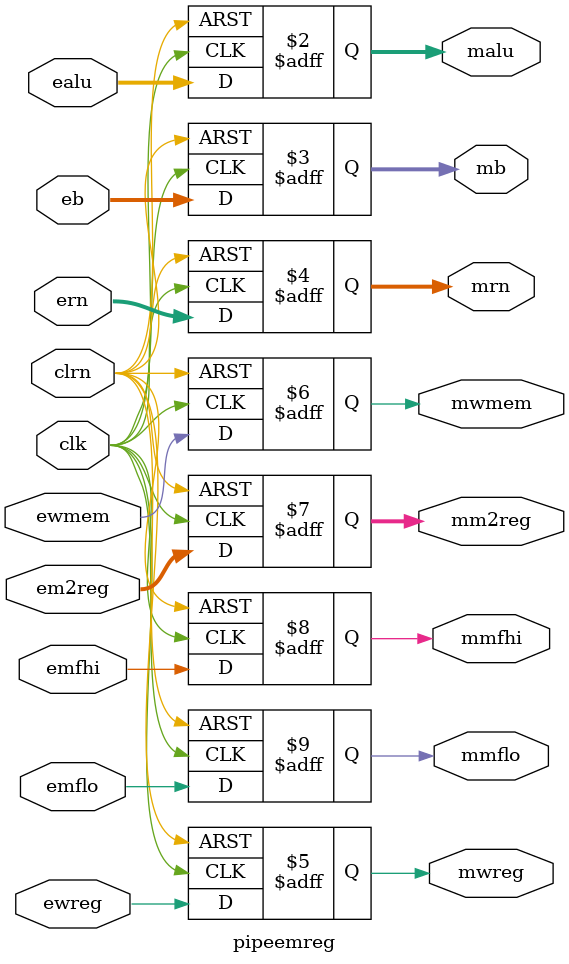
<source format=v>

module pipeemreg(ewreg, em2reg, ewmem, ealu, eb, ern, clk, clrn, mwreg, 
	             mm2reg, mwmem, malu, mb, mrn,emfhi, emflo, mmfhi, mmflo);

	input [31:0] ealu, eb;
	input [4:0]  ern;
	input        ewreg,  ewmem;
	input [1:0] em2reg;
	input        clk, clrn;
	input emfhi, emflo;

	output [31:0] malu, mb;
	output [4:0]  mrn;
	output        mwreg,  mwmem;
	output [1:0] mm2reg;
	output mmfhi, mmflo;
	reg [31:0]    malu, mb;
	reg [4:0]     mrn;
	reg           mwreg,  mwmem;
	reg mmflo, mmfhi;
	reg [1:0] mm2reg;

	always @(posedge clrn or posedge clk) begin
		if (clrn)begin
			mwreg <= 0;
			mm2reg <= 0;
			mwmem <= 0;
			malu <= 0;
			mb <= 0;
			mrn <= 0;
			mmflo <= 0;
			mmfhi <= 0;
		end
		else  begin

			mwreg <= ewreg;
			mm2reg <= em2reg;
			mwmem <= ewmem;
			malu <= ealu;
			mb <= eb;
			mrn <= ern;
			mmfhi <= emfhi;
			mmflo <= emflo;
		end
	end
endmodule



</source>
